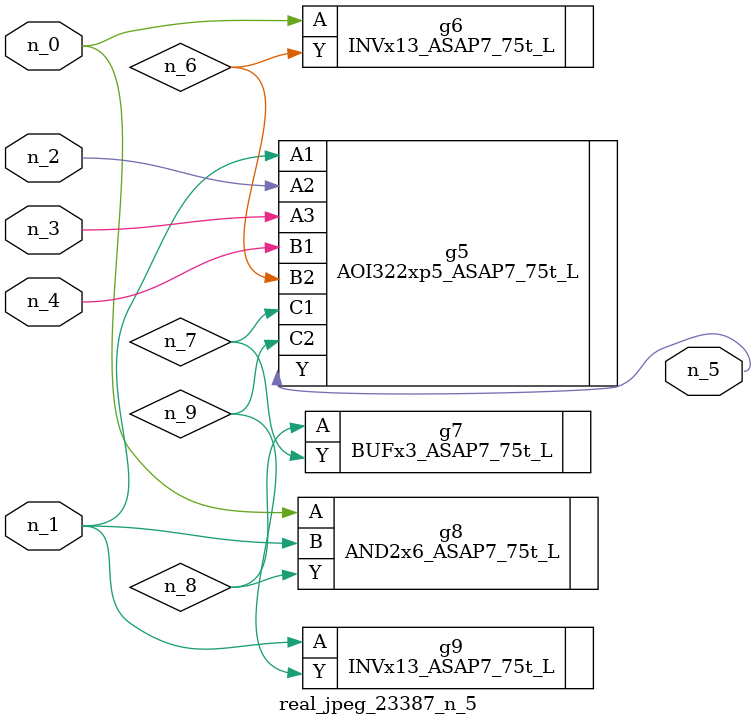
<source format=v>
module real_jpeg_23387_n_5 (n_4, n_0, n_1, n_2, n_3, n_5);

input n_4;
input n_0;
input n_1;
input n_2;
input n_3;

output n_5;

wire n_8;
wire n_6;
wire n_7;
wire n_9;

INVx13_ASAP7_75t_L g6 ( 
.A(n_0),
.Y(n_6)
);

AND2x6_ASAP7_75t_L g8 ( 
.A(n_0),
.B(n_1),
.Y(n_8)
);

AOI322xp5_ASAP7_75t_L g5 ( 
.A1(n_1),
.A2(n_2),
.A3(n_3),
.B1(n_4),
.B2(n_6),
.C1(n_7),
.C2(n_9),
.Y(n_5)
);

INVx13_ASAP7_75t_L g9 ( 
.A(n_1),
.Y(n_9)
);

BUFx3_ASAP7_75t_L g7 ( 
.A(n_8),
.Y(n_7)
);


endmodule
</source>
